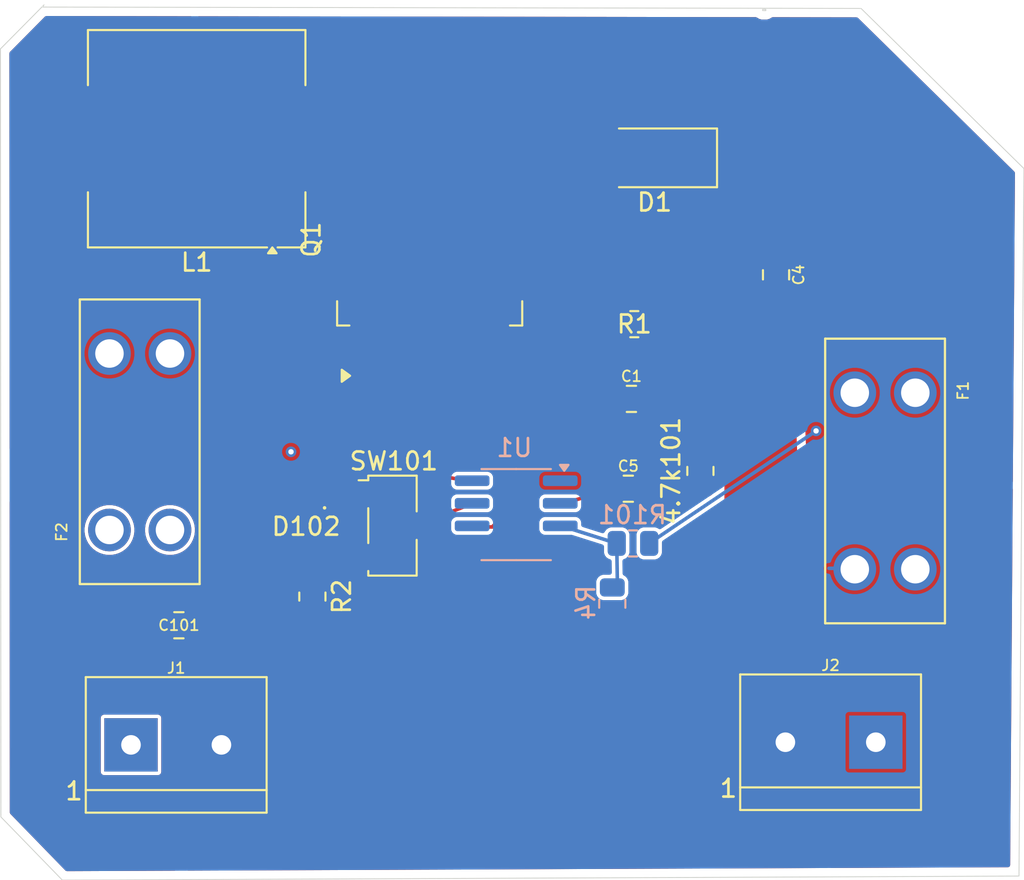
<source format=kicad_pcb>
(kicad_pcb (version 20241229) (generator "pcbnew") (generator_version "9.0")
  (layers (0 "F.Cu" signal) (2 "B.Cu" signal) (13 "F.Paste" user) (15 "B.Paste" user) (5 "F.SilkS" user "F.Silkscreen") (7 "B.SilkS" user "B.Silkscreen") (1 "F.Mask" user) (3 "B.Mask" user) (25 "Edge.Cuts" user))
  (net 0 "")
  (net 1 "Net-(4.7k101-Pad1)")
  (net 2 "GND")
  (net 3 "/Isen")
  (net 4 "/Vout_before_fuse")
  (net 5 "/COMP")
  (net 6 "/Vin_after_fuse")
  (net 7 "/V_ind")
  (net 8 "/Vout")
  (net 9 "/Vin")
  (net 10 "/DR")
  (net 11 "/V_boost_mode")
  (net 12 "/V_FB")
  (net 13 "/V_FA{slash}SD")
  (net 14 "/V_LED_ON")
  (footprint "rsx_headers_screw:Molex_0398800302" (layer "F.Cu") (at 104.785 135.625)
    (property "Reference" "J1" (at 2.54 -4.318 0) (layer "F.SilkS") (effects (font (size 0.6 0.6) (thickness 0.1))))
    (property "Value" "Screw_Terminal_2x5.08")
    (fp_line (start -2.54 -3.81) (end -2.54 3.81) (stroke (width 0.12)) (layer "F.SilkS"))
    (fp_line (start -2.54 3.81) (end 7.62 3.81) (stroke (width 0.12)) (layer "F.SilkS"))
    (fp_line (start 7.62 -3.81) (end -2.54 -3.81) (stroke (width 0.12)) (layer "F.SilkS"))
    (fp_line (start 7.62 2.54) (end -2.54 2.54) (stroke (width 0.12)) (layer "F.SilkS"))
    (fp_line (start 7.62 3.81) (end 7.62 -3.81) (stroke (width 0.12)) (layer "F.SilkS"))
    (fp_text user "1" (at -3.2 2.6 0) (layer "F.SilkS"))
    (pad "1" thru_hole rect (at 0 0) (size 3 3) (drill 1.1) (layers "*.Cu" "*.Mask") (net 9 "/Vin"))
    (pad "2" thru_hole circle (at 5.08 0) (size 3 3) (drill 1.1) (layers "*.Cu" "*.Mask") (net 2 "GND"))
  )
  (footprint "rsx_resistors:R_0805_2012Metric" (layer "F.Cu") (at 133.0625 111.975)
    (property "Reference" "R1" (at 0 0 0) (layer "F.SilkS"))
    (property "Value" "0.025")
    (fp_line (start -0.227064 -0.735) (end 0.227064 -0.735) (stroke (width 0.12)) (layer "F.SilkS"))
    (fp_line (start -0.227064 0.735) (end 0.227064 0.735) (stroke (width 0.12)) (layer "F.SilkS"))
    (pad "1" smd roundrect (at -0.9125 0) (size 1.025 1.4) (layers "F.Cu" "F.Mask" "F.Paste") (roundrect_rratio 0.243902) (net 3 "/Isen"))
    (pad "2" smd roundrect (at 0.9125 0) (size 1.025 1.4) (layers "F.Cu" "F.Mask" "F.Paste") (roundrect_rratio 0.243902) (net 2 "GND"))
  )
  (footprint "LED_SMD:LED_0201_0603Metric_Pad0.64x0.40mm_HandSolder" (layer "F.Cu") (at 114.625 122.3 180)
    (property "Reference" "D102" (at 0 -1.05 0) (layer "F.SilkS"))
    (property "Value" "LED")
    (fp_circle (center -1.035 0) (end -0.985 0) (stroke (width 0.1)) (fill no) (layer "F.SilkS"))
    (pad "1" smd roundrect (at -0.4075 0 180) (size 0.635 0.4) (layers "F.Cu" "F.Mask") (net 14 "/V_LED_ON"))
    (pad "2" smd roundrect (at 0.4075 0 180) (size 0.635 0.4) (layers "F.Cu" "F.Mask") (net 6 "/Vin_after_fuse"))
  )
  (footprint "rsx_resistors:R_0805_2012Metric" (layer "F.Cu") (at 114.975 127.2875 -90)
    (property "Reference" "R2" (at 0 -1.65 90) (layer "F.SilkS"))
    (property "Value" "40k")
    (fp_line (start -0.227064 0.735) (end 0.227064 0.735) (stroke (width 0.12)) (layer "F.SilkS"))
    (fp_line (start -0.227064 -0.735) (end 0.227064 -0.735) (stroke (width 0.12)) (layer "F.SilkS"))
    (pad "1" smd roundrect (at -0.9125 0 270) (size 1.025 1.4) (layers "F.Cu" "F.Mask" "F.Paste") (roundrect_rratio 0.243902) (net 11 "/V_boost_mode"))
    (pad "2" smd roundrect (at 0.9125 0 270) (size 1.025 1.4) (layers "F.Cu" "F.Mask" "F.Paste") (roundrect_rratio 0.243902) (net 2 "GND"))
  )
  (footprint "rsx_fuses:FUSE_3568-10" (layer "F.Cu") (at 147.15 120.79 -90)
    (property "Reference" "F1" (at -5.075 -4.385 90) (layer "F.SilkS") (effects (font (size 0.6 0.6) (thickness 0.1) (bold yes))))
    (property "Value" "Fuse_Holder_Auto")
    (fp_line (start -8 3.365) (end -8 -3.365) (stroke (width 0.127)) (layer "F.SilkS"))
    (fp_line (start 8 3.365) (end -8 3.365) (stroke (width 0.127)) (layer "F.SilkS"))
    (fp_line (start -8 -3.365) (end 8 -3.365) (stroke (width 0.127)) (layer "F.SilkS"))
    (fp_line (start 8 -3.365) (end 8 3.365) (stroke (width 0.127)) (layer "F.SilkS"))
    (pad "1" thru_hole circle (at -4.96 -1.7 270) (size 2.4 2.4) (drill 1.6) (layers "*.Cu" "*.Mask") (net 4 "/Vout_before_fuse"))
    (pad "1" thru_hole circle (at -4.96 1.7 270) (size 2.4 2.4) (drill 1.6) (layers "*.Cu" "*.Mask") (net 4 "/Vout_before_fuse"))
    (pad "2" thru_hole circle (at 4.96 -1.7 270) (size 2.4 2.4) (drill 1.6) (layers "*.Cu" "*.Mask") (net 8 "/Vout"))
    (pad "2" thru_hole circle (at 4.96 1.7 270) (size 2.4 2.4) (drill 1.6) (layers "*.Cu" "*.Mask") (net 8 "/Vout"))
  )
  (footprint "rsx_capacitors:C_0805_2012Metric" (layer "F.Cu") (at 141.025 109.2 -90)
    (property "Reference" "C4" (at 0 -1.27 90) (layer "F.SilkS") (effects (font (size 0.6 0.6) (thickness 0.1))))
    (property "Value" "100u")
    (fp_line (start -0.261252 0.735) (end 0.261252 0.735) (stroke (width 0.12)) (layer "F.SilkS"))
    (fp_line (start -0.261252 -0.735) (end 0.261252 -0.735) (stroke (width 0.12)) (layer "F.SilkS"))
    (pad "1" smd roundrect (at -0.95 0 270) (size 1 1.45) (layers "F.Cu" "F.Mask" "F.Paste") (net 4 "/Vout_before_fuse"))
    (pad "2" smd roundrect (at 0.95 0 270) (size 1 1.45) (layers "F.Cu" "F.Mask" "F.Paste") (net 2 "GND"))
  )
  (footprint "Inductor_SMD:L_Coilcraft_MSS1260H-XXX" (layer "F.Cu") (at 108.475 101.55 180)
    (property "Reference" "L1" (at 0 -6.95 0) (layer "F.SilkS"))
    (property "Value" "10u")
    (fp_line (start 6.11 6.11) (end -6.11 6.11) (stroke (width 0.12)) (layer "F.SilkS"))
    (fp_line (start 6.11 3.01) (end 6.11 6.11) (stroke (width 0.12)) (layer "F.SilkS"))
    (fp_line (start 6.11 -6.11) (end 6.11 -3.01) (stroke (width 0.12)) (layer "F.SilkS"))
    (fp_line (start -3.953 -6.11) (end 6.11 -6.11) (stroke (width 0.12)) (layer "F.SilkS"))
    (fp_line (start -6.11 6.11) (end -6.11 3.01) (stroke (width 0.12)) (layer "F.SilkS"))
    (fp_line (start -6.11 -3.01) (end -6.11 -6.11) (stroke (width 0.12)) (layer "F.SilkS"))
    (fp_line (start -6.11 -6.11) (end -4.547 -6.11) (stroke (width 0.12)) (layer "F.SilkS"))
    (fp_poly (pts (xy -4.25 -6.11) (xy -4.49 -6.44) (xy -4.01 -6.44)) (stroke (width 0.12)) (fill yes) (layer "F.SilkS"))
    (pad "1" smd roundrect (at -4.25 0 180) (size 4 5.5) (layers "F.Cu" "F.Mask" "F.Paste") (roundrect_rratio 0.0625) (net 7 "/V_ind"))
    (pad "2" smd roundrect (at 4.25 0 180) (size 4 5.5) (layers "F.Cu" "F.Mask" "F.Paste") (roundrect_rratio 0.0625) (net 6 "/Vin_after_fuse"))
  )
  (footprint "rsx_capacitors:C_0805_2012Metric" (layer "F.Cu") (at 107.475 128.9)
    (property "Reference" "C101" (at 0 0 0) (layer "F.SilkS") (effects (font (size 0.6 0.6) (thickness 0.1))))
    (property "Value" "100u")
    (fp_line (start -0.261252 -0.735) (end 0.261252 -0.735) (stroke (width 0.12)) (layer "F.SilkS"))
    (fp_line (start -0.261252 0.735) (end 0.261252 0.735) (stroke (width 0.12)) (layer "F.SilkS"))
    (pad "1" smd roundrect (at -0.95 0) (size 1 1.45) (layers "F.Cu" "F.Mask" "F.Paste") (net 9 "/Vin"))
    (pad "2" smd roundrect (at 0.95 0) (size 1 1.45) (layers "F.Cu" "F.Mask" "F.Paste") (net 2 "GND"))
  )
  (footprint "rsx_resistors:R_0805_2012Metric" (layer "F.Cu") (at 136.775 120.225 90)
    (property "Reference" "4.7k101" (at 0 -1.65 90) (layer "F.SilkS"))
    (property "Value" "R")
    (fp_line (start -0.227064 -0.735) (end 0.227064 -0.735) (stroke (width 0.12)) (layer "F.SilkS"))
    (fp_line (start -0.227064 0.735) (end 0.227064 0.735) (stroke (width 0.12)) (layer "F.SilkS"))
    (pad "1" smd roundrect (at -0.9125 0 90) (size 1.025 1.4) (layers "F.Cu" "F.Mask" "F.Paste") (roundrect_rratio 0.243902) (net 1 "Net-(4.7k101-Pad1)"))
    (pad "2" smd roundrect (at 0.9125 0 90) (size 1.025 1.4) (layers "F.Cu" "F.Mask" "F.Paste") (roundrect_rratio 0.243902) (net 2 "GND"))
  )
  (footprint "rsx_headers_screw:Molex_0398800302" (layer "F.Cu") (at 141.55 135.475)
    (property "Reference" "J2" (at 2.54 -4.318 0) (layer "F.SilkS") (effects (font (size 0.6 0.6) (thickness 0.1))))
    (property "Value" "Screw_Terminal_2x5.08")
    (fp_line (start -2.54 -3.81) (end -2.54 3.81) (stroke (width 0.12)) (layer "F.SilkS"))
    (fp_line (start -2.54 3.81) (end 7.62 3.81) (stroke (width 0.12)) (layer "F.SilkS"))
    (fp_line (start 7.62 -3.81) (end -2.54 -3.81) (stroke (width 0.12)) (layer "F.SilkS"))
    (fp_line (start 7.62 2.54) (end -2.54 2.54) (stroke (width 0.12)) (layer "F.SilkS"))
    (fp_line (start 7.62 3.81) (end 7.62 -3.81) (stroke (width 0.12)) (layer "F.SilkS"))
    (fp_text user "1" (at -3.2 2.6 0) (layer "F.SilkS"))
    (pad "1" thru_hole circle (at 0 0) (size 3 3) (drill 1.1) (layers "*.Cu" "*.Mask") (net 2 "GND"))
    (pad "2" thru_hole rect (at 5.08 0) (size 3 3) (drill 1.1) (layers "*.Cu" "*.Mask") (net 8 "/Vout"))
  )
  (footprint "rsx_capacitors:C_0805_2012Metric" (layer "F.Cu") (at 132.725 121.225)
    (property "Reference" "C5" (at 0 -1.27 0) (layer "F.SilkS") (effects (font (size 0.6 0.6) (thickness 0.1))))
    (property "Value" "22n")
    (fp_line (start -0.261252 -0.735) (end 0.261252 -0.735) (stroke (width 0.12)) (layer "F.SilkS"))
    (fp_line (start -0.261252 0.735) (end 0.261252 0.735) (stroke (width 0.12)) (layer "F.SilkS"))
    (pad "1" smd roundrect (at -0.95 0) (size 1 1.45) (layers "F.Cu" "F.Mask" "F.Paste") (net 5 "/COMP"))
    (pad "2" smd roundrect (at 0.95 0) (size 1 1.45) (layers "F.Cu" "F.Mask" "F.Paste") (net 1 "Net-(4.7k101-Pad1)"))
  )
  (footprint "Button_Switch_SMD:Nidec_Copal_CAS-120A" (layer "F.Cu") (at 119.475 123.3)
    (property "Reference" "SW101" (at 0.075 -3.625 0) (layer "F.SilkS"))
    (property "Value" "SW_Nidec_CAS-120A1")
    (fp_line (start -1.36 -2.81) (end 1.36 -2.81) (stroke (width 0.12)) (layer "F.SilkS"))
    (fp_line (start -1.36 -2.55) (end -1.9 -2.55) (stroke (width 0.12)) (layer "F.SilkS"))
    (fp_line (start -1.36 -2.55) (end -1.36 -2.8) (stroke (width 0.12)) (layer "F.SilkS"))
    (fp_line (start -1.36 -0.98) (end -1.36 0.98) (stroke (width 0.12)) (layer "F.SilkS"))
    (fp_line (start -1.36 2.81) (end -1.36 2.55) (stroke (width 0.12)) (layer "F.SilkS"))
    (fp_line (start 1.35 2.81) (end -1.35 2.81) (stroke (width 0.12)) (layer "F.SilkS"))
    (fp_line (start 1.36 -2.81) (end 1.36 -0.8) (stroke (width 0.12)) (layer "F.SilkS"))
    (fp_line (start 1.36 0.8) (end 1.36 2.81) (stroke (width 0.12)) (layer "F.SilkS"))
    (pad "1" smd roundrect (at -1.15 -1.75 270) (size 1 1.6) (layers "F.Cu" "F.Mask" "F.Paste") (net 14 "/V_LED_ON"))
    (pad "2" smd roundrect (at 1.15 0 270) (size 1 1.6) (layers "F.Cu" "F.Mask" "F.Paste") (net 13 "/V_FA{slash}SD"))
    (pad "3" smd roundrect (at -1.15 1.75 270) (size 1 1.6) (layers "F.Cu" "F.Mask" "F.Paste") (net 11 "/V_boost_mode"))
  )
  (footprint "rsx_fuses:FUSE_3568-10" (layer "F.Cu") (at 105.275 118.585 90)
    (property "Reference" "F2" (at -5.075 -4.385 90) (layer "F.SilkS") (effects (font (size 0.6 0.6) (thickness 0.1) (bold yes))))
    (property "Value" "Fuse_Holder_Auto")
    (fp_line (start 8 -3.365) (end 8 3.365) (stroke (width 0.127)) (layer "F.SilkS"))
    (fp_line (start -8 -3.365) (end 8 -3.365) (stroke (width 0.127)) (layer "F.SilkS"))
    (fp_line (start 8 3.365) (end -8 3.365) (stroke (width 0.127)) (layer "F.SilkS"))
    (fp_line (start -8 3.365) (end -8 -3.365) (stroke (width 0.127)) (layer "F.SilkS"))
    (pad "1" thru_hole circle (at -4.96 -1.7 90) (size 2.4 2.4) (drill 1.6) (layers "*.Cu" "*.Mask") (net 9 "/Vin"))
    (pad "1" thru_hole circle (at -4.96 1.7 90) (size 2.4 2.4) (drill 1.6) (layers "*.Cu" "*.Mask") (net 9 "/Vin"))
    (pad "2" thru_hole circle (at 4.96 -1.7 90) (size 2.4 2.4) (drill 1.6) (layers "*.Cu" "*.Mask") (net 6 "/Vin_after_fuse"))
    (pad "2" thru_hole circle (at 4.96 1.7 90) (size 2.4 2.4) (drill 1.6) (layers "*.Cu" "*.Mask") (net 6 "/Vin_after_fuse"))
  )
  (footprint "rsx_capacitors:C_0805_2012Metric" (layer "F.Cu") (at 132.9 116.175)
    (property "Reference" "C1" (at 0 -1.27 0) (layer "F.SilkS") (effects (font (size 0.6 0.6) (thickness 0.1))))
    (property "Value" "0.01u")
    (fp_line (start -0.261252 -0.735) (end 0.261252 -0.735) (stroke (width 0.12)) (layer "F.SilkS"))
    (fp_line (start -0.261252 0.735) (end 0.261252 0.735) (stroke (width 0.12)) (layer "F.SilkS"))
    (pad "1" smd roundrect (at -0.95 0) (size 1 1.45) (layers "F.Cu" "F.Mask" "F.Paste") (net 3 "/Isen"))
    (pad "2" smd roundrect (at 0.95 0) (size 1 1.45) (layers "F.Cu" "F.Mask" "F.Paste") (net 2 "GND"))
  )
  (footprint "Package_TO_SOT_SMD:TO-263-6" (layer "F.Cu") (at 121.565 107.225 90)
    (property "Reference" "Q1" (at 0 -6.65 90) (layer "F.SilkS"))
    (property "Value" "IPB180N10S4-02")
    (fp_line (start -3.46 -5.2) (end -4.825 -5.2) (stroke (width 0.12)) (layer "F.SilkS"))
    (fp_line (start -4.825 -5.2) (end -4.825 -4.51) (stroke (width 0.12)) (layer "F.SilkS"))
    (fp_line (start -3.46 5.2) (end -4.825 5.2) (stroke (width 0.12)) (layer "F.SilkS"))
    (fp_line (start -4.825 5.2) (end -4.825 4.51) (stroke (width 0.12)) (layer "F.SilkS"))
    (fp_poly (pts (xy -7.65 -4.47) (xy -7.99 -4.94) (xy -7.31 -4.94)) (stroke (width 0.12)) (fill yes) (layer "F.SilkS"))
    (pad "1" smd roundrect (at -7.65 -3.81 90) (size 4.6 0.8) (layers "F.Cu" "F.Mask" "F.Paste") (net 10 "/DR"))
    (pad "2" smd roundrect (at -7.65 -2.54 90) (size 4.6 0.8) (layers "F.Cu" "F.Mask" "F.Paste") (net 3 "/Isen"))
    (pad "3" smd roundrect (at -7.65 -1.27 90) (size 4.6 0.8) (layers "F.Cu" "F.Mask" "F.Paste") (net 3 "/Isen"))
    (pad "4" smd roundrect (at 1.5 0 90) (size 9.4 10.8) (layers "F.Cu" "F.Mask") (roundrect_rratio 0.026596) (net 7 "/V_ind"))
    (pad "5" smd roundrect (at -7.65 1.27 90) (size 4.6 0.8) (layers "F.Cu" "F.Mask" "F.Paste") (net 3 "/Isen"))
    (pad "6" smd roundrect (at -7.65 2.54 90) (size 4.6 0.8) (layers "F.Cu" "F.Mask" "F.Paste") (net 3 "/Isen"))
    (pad "7" smd roundrect (at -7.65 3.81 90) (size 4.6 0.8) (layers "F.Cu" "F.Mask" "F.Paste") (net 3 "/Isen"))
  )
  (footprint "Diode_SMD:D_SMA" (layer "F.Cu") (at 134.2 102.625 180)
    (property "Reference" "D1" (at 0 -2.5 0) (layer "F.SilkS"))
    (property "Value" "D_Schottky")
    (fp_line (start -3.51 1.65) (end 2 1.65) (stroke (width 0.12)) (layer "F.SilkS"))
    (fp_line (start -3.51 -1.65) (end 2 -1.65) (stroke (width 0.12)) (layer "F.SilkS"))
    (fp_line (start -3.51 -1.65) (end -3.51 1.65) (stroke (width 0.12)) (layer "F.SilkS"))
    (pad "1" smd roundrect (at -2 0 180) (size 2.5 1.8) (layers "F.Cu" "F.Mask" "F.Paste") (roundrect_rratio 0.1388888889) (net 4 "/Vout_before_fuse"))
    (pad "2" smd roundrect (at 2 0 180) (size 2.5 1.8) (layers "F.Cu" "F.Mask" "F.Paste") (roundrect_rratio 0.1388888889) (net 7 "/V_ind"))
  )
  (footprint "Package_SO:SOIC-8_3.9x4.9mm_P1.27mm" (layer "B.Cu") (at 126.425 122.68 180)
    (property "Reference" "U1" (at 0.1 3.755 0) (layer "B.SilkS") (effects (justify mirror)))
    (property "Value" "LM3478MA")
    (fp_line (start 0 2.56) (end 1.95 2.56) (stroke (width 0.12)) (layer "B.SilkS"))
    (fp_line (start 0 2.56) (end -1.95 2.56) (stroke (width 0.12)) (layer "B.SilkS"))
    (fp_line (start 0 -2.56) (end 1.95 -2.56) (stroke (width 0.12)) (layer "B.SilkS"))
    (fp_line (start 0 -2.56) (end -1.95 -2.56) (stroke (width 0.12)) (layer "B.SilkS"))
    (fp_poly (pts (xy -2.7 2.465) (xy -2.94 2.795) (xy -2.46 2.795)) (stroke (width 0.12)) (fill yes) (layer "B.SilkS"))
    (pad "1" smd roundrect (at -2.475 1.905 180) (size 1.95 0.6) (layers "B.Cu" "B.Mask" "B.Paste") (net 3 "/Isen"))
    (pad "2" smd roundrect (at -2.475 0.635 180) (size 1.95 0.6) (layers "B.Cu" "B.Mask" "B.Paste") (net 5 "/COMP"))
    (pad "3" smd roundrect (at -2.475 -0.635 180) (size 1.95 0.6) (layers "B.Cu" "B.Mask" "B.Paste") (net 12 "/V_FB"))
    (pad "4" smd roundrect (at -2.475 -1.905 180) (size 1.95 0.6) (layers "B.Cu" "B.Mask" "B.Paste") (net 2 "GND"))
    (pad "5" smd roundrect (at 2.475 -1.905 180) (size 1.95 0.6) (layers "B.Cu" "B.Mask" "B.Paste") (net 2 "GND"))
    (pad "6" smd roundrect (at 2.475 -0.635 180) (size 1.95 0.6) (layers "B.Cu" "B.Mask" "B.Paste") (net 10 "/DR"))
    (pad "7" smd roundrect (at 2.475 0.635 180) (size 1.95 0.6) (layers "B.Cu" "B.Mask" "B.Paste") (net 13 "/V_FA{slash}SD"))
    (pad "8" smd roundrect (at 2.475 1.905 180) (size 1.95 0.6) (layers "B.Cu" "B.Mask" "B.Paste") (net 6 "/Vin_after_fuse"))
  )
  (footprint "rsx_resistors:R_0805_2012Metric" (layer "B.Cu") (at 132.9875 124.3 180)
    (property "Reference" "R101" (at 0.0375 1.6 0) (layer "B.SilkS") (effects (justify mirror)))
    (property "Value" "60k")
    (fp_line (start -0.227064 0.735) (end 0.227064 0.735) (stroke (width 0.12)) (layer "B.SilkS"))
    (fp_line (start -0.227064 -0.735) (end 0.227064 -0.735) (stroke (width 0.12)) (layer "B.SilkS"))
    (pad "1" smd roundrect (at -0.9125 0 180) (size 1.025 1.4) (layers "B.Cu" "B.Mask" "B.Paste") (roundrect_rratio 0.243902) (net 4 "/Vout_before_fuse"))
    (pad "2" smd roundrect (at 0.9125 0 180) (size 1.025 1.4) (layers "B.Cu" "B.Mask" "B.Paste") (roundrect_rratio 0.243902) (net 12 "/V_FB"))
  )
  (footprint "rsx_resistors:R_0805_2012Metric" (layer "B.Cu") (at 131.825 127.6875 -90)
    (property "Reference" "R4" (at -0.0625 1.475 90) (layer "B.SilkS") (effects (justify mirror)))
    (property "Value" "20k")
    (fp_line (start -0.227064 0.735) (end 0.227064 0.735) (stroke (width 0.12)) (layer "B.SilkS"))
    (fp_line (start -0.227064 -0.735) (end 0.227064 -0.735) (stroke (width 0.12)) (layer "B.SilkS"))
    (pad "1" smd roundrect (at -0.9125 0 270) (size 1.025 1.4) (layers "B.Cu" "B.Mask" "B.Paste") (roundrect_rratio 0.243902) (net 12 "/V_FB"))
    (pad "2" smd roundrect (at 0.9125 0 270) (size 1.025 1.4) (layers "B.Cu" "B.Mask" "B.Paste") (roundrect_rratio 0.243902) (net 2 "GND"))
  )
  (gr_line (start 117.65 116.6) (end 117.65 116.325) (stroke (width 0.2)) (layer "F.Cu") (net 10))
  (gr_line (start 123.875 120.8) (end 113.775 119.15) (stroke (width 0.2)) (layer "F.Cu") (net 6))
  (gr_line (start 125.9 122.55) (end 125.9 119.875) (stroke (width 0.2)) (layer "F.Cu") (net 10))
  (gr_line (start 124.8 118.775) (end 117.65 118.775) (stroke (width 0.2)) (layer "F.Cu") (net 10))
  (gr_line (start 124.025 123.375) (end 125.075 123.375) (stroke (width 0.2)) (layer "F.Cu") (net 10))
  (gr_line (start 123.95 123.375) (end 124.025 123.375) (stroke (width 0.2)) (layer "F.Cu") (net 10))
  (gr_line (start 128.9 122.1) (end 131.775 121.275) (stroke (width 0.2)) (layer "F.Cu") (net 5))
  (gr_line (start 125.075 123.375) (end 125.9 122.55) (stroke (width 0.2)) (layer "F.Cu") (net 10))
  (gr_line (start 117.65 118.775) (end 117.65 116.6) (stroke (width 0.2)) (layer "F.Cu") (net 10))
  (gr_line (start 133.625 121.275) (end 136.925 121.275) (stroke (width 0.2)) (layer "F.Cu") (net 1))
  (gr_line (start 118.275 121.525) (end 118.175 121.425) (stroke (width 0.2)) (layer "F.Cu") (net 14))
  (gr_line (start 118.275 121.525) (end 115.1 122.25) (stroke (width 0.2)) (layer "F.Cu") (net 14))
  (gr_line (start 118.275 125.025) (end 114.85 126.45) (stroke (width 0.2)) (layer "F.Cu") (net 11))
  (gr_line (start 125.9 119.875) (end 124.8 118.775) (stroke (width 0.2)) (layer "F.Cu") (net 10))
  (gr_line (start 123.9 122.075) (end 120.475 123.45) (stroke (width 0.2)) (layer "F.Cu") (net 13))
  (gr_line (start 132.075 124.3) (end 132.115879 126.8) (stroke (width 0.2)) (layer "B.Cu") (net 12))
  (gr_line (start 144 125.7) (end 145.5 125.7) (stroke (width 0.2)) (layer "B.Cu") (net 8))
  (gr_line (start 132.156757 124.325) (end 129.075 123.35) (stroke (width 0.2)) (layer "B.Cu") (net 12))
  (gr_line (start 133.85 124.325) (end 133.9 124.3) (stroke (width 0.2)) (layer "B.Cu") (net 4))
  (gr_line (start 133.9 124.3) (end 133.85 124.325) (stroke (width 0.2)) (layer "B.Cu") (net 4))
  (gr_line (start 133.85 124.325) (end 143.275 117.975) (stroke (width 0.2)) (layer "B.Cu") (net 4))
  (gr_line (start 133.85 124.325) (end 133.9 124.3) (stroke (width 0.2)) (layer "B.Cu") (net 4))
  (gr_line (start 132.075 124.3) (end 132.156757 124.325) (stroke (width 0.2)) (layer "B.Cu") (net 12))
  (gr_rect (start 140.275 94.275) (end 140.45 94.35) (stroke (width 0.05)) (fill no) (layer "Edge.Cuts"))
  (gr_poly (pts (xy 99.825 94.15) (xy 145.8 94.225) (xy 154.95 103.225) (xy 154.675 143) (xy 100.925 143.225) (xy 97.475 139.675) (xy 97.45 96.5) (xy 99.9 94.025) (xy 99.825 94.125)) (stroke (width 0.05)) (fill no) (layer "Edge.Cuts"))
  (via (at 143.275 117.975) (size 0.6) (drill 0.3) (layers "F.Cu" "B.Cu") (net 4))
  (via (at 113.775 119.15) (size 0.6) (drill 0.3) (layers "F.Cu" "B.Cu") (net 6))
  (zone (net 0) (net_name "") (layer "F.Cu") (priority 2) (connect_pads yes (clearance 0)) (min_thickness 0.25) (fill yes (thermal_gap 0.5) (thermal_bridge_width 0.5) (island_removal_mode 1) (island_area_min 10))
    (polygon (pts (xy 107.35 143.2) (xy 100.95 143.1) (xy 97.55 139.625) (xy 97.55 122.3) (xy 97.975 121.875) (xy 111.825 121.875) (xy 111.825 126.375) (xy 110.9125 127.2875) (xy 107.525 127.2875)))
  )
  (zone (net 8) (net_name "/Vout") (layer "F.Cu") (priority 3) (connect_pads yes (clearance 0)) (min_thickness 0.25) (fill yes (thermal_gap 0.5) (thermal_bridge_width 0.5))
    (polygon (pts (xy 142.575 120.9) (xy 142.775 120.575) (xy 154.675 120.95) (xy 154.65 142.925) (xy 154.4 143.175) (xy 144.025 143.125) (xy 144.09 130.575) (xy 142.425 128.725) (xy 142.425 124.3)))
  )
  (zone (net 3) (net_name "/Isen") (layer "F.Cu") (priority 6) (connect_pads yes (clearance 0)) (min_thickness 0.25) (fill yes (thermal_gap 0.5) (thermal_bridge_width 0.5))
    (polygon (pts (xy 118.375 111.65) (xy 118.4 118.225) (xy 125.375 118.2) (xy 127.675 121.375) (xy 130.575 121.35) (xy 130.625 119.6) (xy 132.675 119.6) (xy 133.15 109.225) (xy 128 109.4) (xy 126.175 111.9) (xy 118.375 111.675)))
  )
  (zone (net 2) (net_name "GND") (layer "F.Cu") (connect_pads yes (clearance 0.5)) (min_thickness 0.25) (fill yes (thermal_gap 0.5) (thermal_bridge_width 0.5))
    (polygon (pts (xy 107.525 127.325) (xy 107.35 143.2) (xy 143.3 143.15) (xy 144.025 143.125) (xy 144.09 130.575) (xy 142.425 128.725) (xy 142.325 109.15) (xy 133.15 109.225) (xy 132.975 118.075) (xy 135.175 120.325) (xy 138.125 120.225) (xy 138.125 123.275) (xy 135.1 127.725) (xy 130.175 127.725) (xy 130.15 124.175) (xy 122.25 124.15) (xy 122.3 125.575) (xy 120.2 127.256901) (xy 107.525 127.33483)))
  )
  (zone (net 6) (net_name "/Vin_after_fuse") (layer "F.Cu") (priority 5) (connect_pads yes (clearance 0)) (min_thickness 0.25) (fill yes (thermal_gap 0.5) (thermal_bridge_width 0.5))
    (polygon (pts (xy 99.875 94.275) (xy 97.575 96.575) (xy 97.575 118.6) (xy 99.35 120.375) (xy 110.65 120.375) (xy 112.45 122.175) (xy 112.45 123.4) (xy 114.625 123.4) (xy 114.625 111.15) (xy 108.925 105.45) (xy 108.375 105.45) (xy 108.375 94.375) (xy 108.475 94.275)))
  )
  (zone (net 7) (net_name "/V_ind") (layer "F.Cu") (priority 7) (connect_pads yes (clearance 0)) (min_thickness 0.25) (fill yes (thermal_gap 0.5) (thermal_bridge_width 0.5))
    (polygon (pts (xy 108.475 94.275) (xy 108.375 105.45) (xy 108.925 105.45) (xy 114.625 111.15) (xy 114.625 111.75) (xy 126.175 111.9) (xy 128 109.4) (xy 133.15 109.225) (xy 134.2 109.2) (xy 133.825 94.25)))
  )
  (zone (net 4) (net_name "/Vout_before_fuse") (layer "F.Cu") (priority 4) (connect_pads yes (clearance 0)) (min_thickness 0.25) (fill yes (thermal_gap 0.5) (thermal_bridge_width 0.5))
    (polygon (pts (xy 133.825 94.25) (xy 134.2 102.625) (xy 134.2 109.2) (xy 142.325 109.15) (xy 142.775 120.575) (xy 154.675 120.95) (xy 154.65 103.2) (xy 145.5 94.325)))
  )
  (zone (net 2) (net_name "GND") (layer "B.Cu") (priority 1) (connect_pads yes (clearance 0)) (min_thickness 0.25) (fill yes (thermal_gap 0.5) (thermal_bridge_width 0.5))
    (polygon (pts (xy 99.775 94.3) (xy 145.7 94.3) (xy 154.65 103.25) (xy 154.65 143) (xy 154.475 143.175) (xy 101.025 143.175) (xy 97.575 139.725) (xy 97.575 96.5)))
  )
)
</source>
